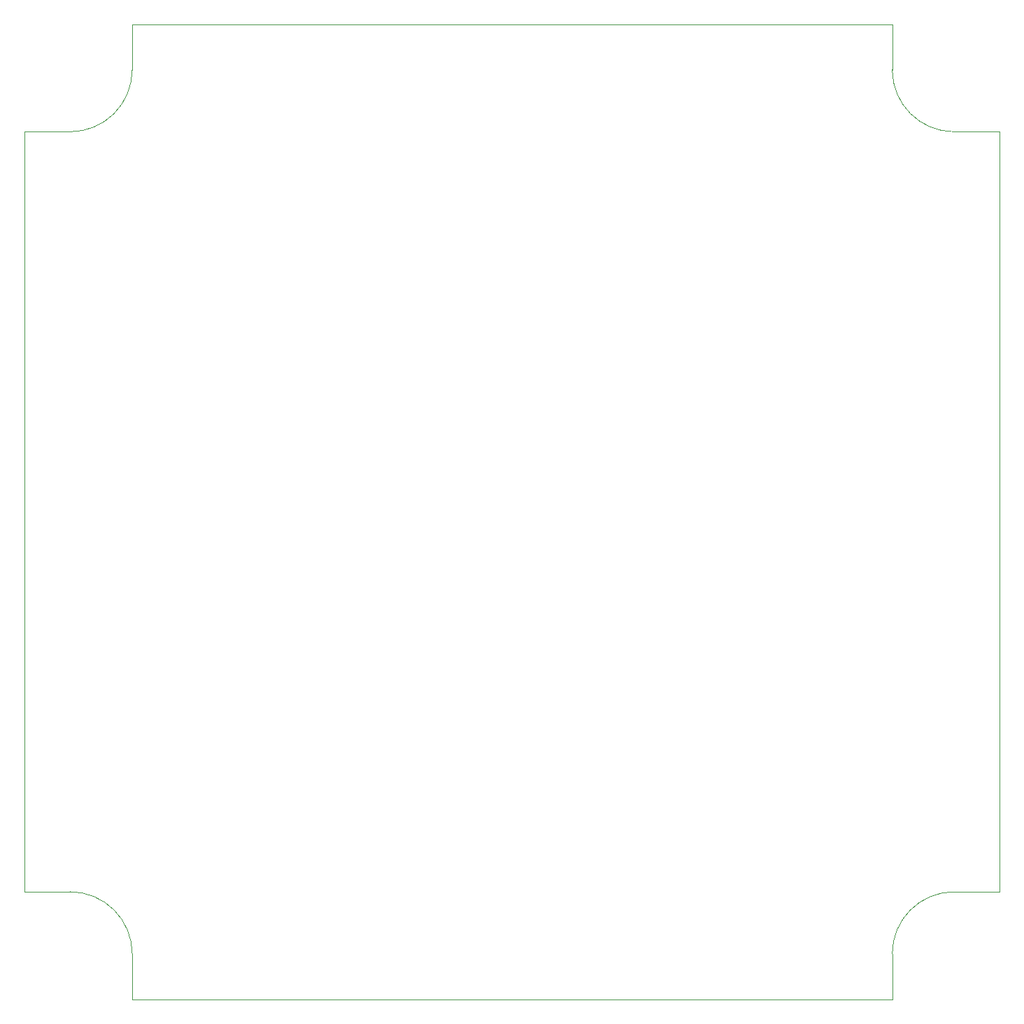
<source format=gbr>
G04 #@! TF.FileFunction,Profile,NP*
%FSLAX46Y46*%
G04 Gerber Fmt 4.6, Leading zero omitted, Abs format (unit mm)*
G04 Created by KiCad (PCBNEW 4.0.7-e2-6376~61~ubuntu18.04.1) date Tue Jul  3 09:25:50 2018*
%MOMM*%
%LPD*%
G01*
G04 APERTURE LIST*
%ADD10C,0.100000*%
G04 APERTURE END LIST*
D10*
X201000000Y-26500000D02*
G75*
G03X208500000Y-34000000I7500000J0D01*
G01*
X208500000Y-126000000D02*
G75*
G03X201000000Y-133500000I0J-7500000D01*
G01*
X109000000Y-133500000D02*
G75*
G03X101500000Y-126000000I-7500000J0D01*
G01*
X101500000Y-34000000D02*
G75*
G03X109000000Y-26500000I0J7500000D01*
G01*
X201000000Y-133500000D02*
X201000000Y-139000000D01*
X214000000Y-126000000D02*
X208500000Y-126000000D01*
X214000000Y-34000000D02*
X214000000Y-126000000D01*
X208500000Y-34000000D02*
X214000000Y-34000000D01*
X201000000Y-21000000D02*
X201000000Y-26500000D01*
X109000000Y-21000000D02*
X201000000Y-21000000D01*
X109000000Y-26500000D02*
X109000000Y-21000000D01*
X96000000Y-34000000D02*
X101500000Y-34000000D01*
X96000000Y-126000000D02*
X96000000Y-34000000D01*
X101500000Y-126000000D02*
X96000000Y-126000000D01*
X109000000Y-139000000D02*
X109000000Y-133500000D01*
X109000000Y-139000000D02*
X201000000Y-139000000D01*
M02*

</source>
